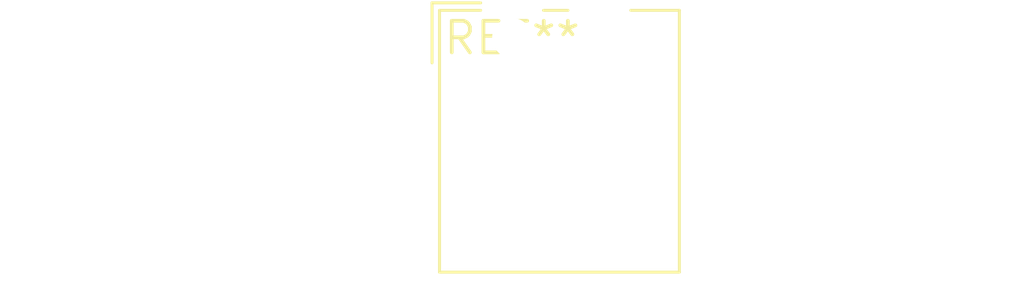
<source format=kicad_pcb>
(kicad_pcb (version 20240108) (generator pcbnew)
  (layers (0 "F.Cu" signal) (31 "B.Cu" signal) (34 "B.Paste" user) (35 "F.Paste" user) (36 "B.SilkS" user "B.Silkscreen") (37 "F.SilkS" user "F.Silkscreen") (38 "B.Mask" user) (39 "F.Mask" user) (44 "Edge.Cuts" user))
  (net 0 "")
  (footprint "Wago_734-162_1x02_P3.50mm_Horizontal" (layer "F.Cu") (at 0 0)
    (property "Reference" "REF**")
    (property "Value" "Wago_734-162_1x02_P3.50mm_Horizontal")
    (fp_line (start -3.21 -1.41) (end -1.26 -1.41) (layer "F.SilkS") (stroke (width 0.12)))
    (fp_line (start -3.21 1) (end -3.21 -1.41) (layer "F.SilkS") (stroke (width 0.12)))
    (fp_line (start -2.91 -1.11) (end -2.91 9.41) (layer "F.SilkS") (stroke (width 0.12)))
    (fp_line (start -2.91 9.41) (end 6.71 9.41) (layer "F.SilkS") (stroke (width 0.12)))
    (fp_line (start -1.26 -1.11) (end -2.91 -1.11) (layer "F.SilkS") (stroke (width 0.12)))
    (fp_line (start 1.26 -1.11) (end 2.24 -1.11) (layer "F.SilkS") (stroke (width 0.12)))
    (fp_line (start 6.71 -1.11) (end 4.76 -1.11) (layer "F.SilkS") (stroke (width 0.12)))
    (fp_line (start 6.71 9.41) (end 6.71 -1.11) (layer "F.SilkS") (stroke (width 0.12)))
    (pad "1" thru_hole roundrect (at 0 0) (size 2 2.6) (drill 1.6) (layers *.Cu *.Mask) (remove_unused_layers) (roundrect_rratio 0.125))
    (pad "2" thru_hole oval (at 3.5 0) (size 2 2.6) (drill 1.6) (layers *.Cu *.Mask) (remove_unused_layers))
  )
)
</source>
